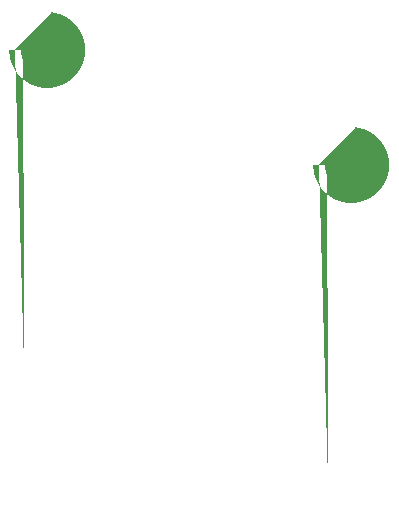
<source format=gbr>
%TF.GenerationSoftware,KiCad,Pcbnew,(6.0.6-0)*%
%TF.CreationDate,2022-07-21T13:37:14+02:00*%
%TF.ProjectId,GlowTubeLEDconnectorB_PCB,476c6f77-5475-4626-954c-4544636f6e6e,rev?*%
%TF.SameCoordinates,Original*%
%TF.FileFunction,Paste,Top*%
%TF.FilePolarity,Positive*%
%FSLAX46Y46*%
G04 Gerber Fmt 4.6, Leading zero omitted, Abs format (unit mm)*
G04 Created by KiCad (PCBNEW (6.0.6-0)) date 2022-07-21 13:37:14*
%MOMM*%
%LPD*%
G01*
G04 APERTURE LIST*
G04 Aperture macros list*
%AMFreePoly0*
4,1,112,3.105582,3.191654,3.458980,3.129341,3.803230,3.028022,4.134041,2.888962,4.447289,2.713894,4.739071,2.504999,5.005748,2.264881,5.243998,1.996534,5.450851,1.703301,5.623729,1.388838,5.760476,1.057065,5.859388,0.712116,5.919233,0.358291,5.939265,0.000000,5.938012,-0.089748,5.907984,-0.447339,5.838283,-0.799355,5.729777,-1.141408,5.583820,-1.469234,5.402230,-1.778747,
5.187270,-2.066090,4.941620,-2.327680,4.668342,-2.560258,4.370841,-2.760925,4.052827,-2.927179,3.718263,-3.056948,3.371318,-3.148614,3.016317,-3.201036,2.657686,-3.213560,2.299893,-3.186029,1.947399,-3.118788,1.604597,-3.012673,1.275760,-2.869007,0.964987,-2.689582,0.676150,-2.476634,0.412851,-2.232816,0.178371,-1.961168,-0.024367,-1.665076,-0.192837,-1.348230,-0.324939,-1.014580,
-0.419026,-0.668283,-0.473925,-0.313657,-0.481420,-0.134825,-0.481581,-0.134460,-0.499164,0.000000,0.505984,0.000000,0.524968,-0.289640,0.581595,-0.574324,0.674897,-0.849181,0.803276,-1.109508,0.964536,-1.350851,1.155919,-1.569081,1.374149,-1.760464,1.615492,-1.921724,1.875819,-2.050103,2.150676,-2.143405,2.435360,-2.200032,2.725000,-2.219016,3.014640,-2.200032,3.299324,-2.143405,
3.574181,-2.050103,3.834508,-1.921724,4.075851,-1.760464,4.294081,-1.569081,4.485464,-1.350851,4.646724,-1.109508,4.775103,-0.849181,4.868405,-0.574324,4.925032,-0.289640,4.944016,0.000000,4.925032,0.289640,4.868405,0.574324,4.775103,0.849181,4.646724,1.109508,4.485464,1.350851,4.294081,1.569081,4.075851,1.760464,3.834508,1.921724,3.574181,2.050103,3.299324,2.143405,
3.014640,2.200032,2.725000,2.219016,2.435360,2.200032,2.150676,2.143405,1.875819,2.050103,1.615492,1.921724,1.374149,1.760464,1.155919,1.569081,0.964536,1.350851,0.803276,1.109508,0.674897,0.849181,0.581595,0.574324,0.524968,0.289640,0.505984,0.000000,-0.499164,0.000000,-0.499963,0.006109,-0.484897,0.102868,-0.463920,0.402854,-0.399140,0.755809,-0.295421,1.099343,
-0.154055,1.429175,0.023196,1.741194,0.234123,2.031510,0.476097,2.296505,0.746101,2.532875,1.040770,2.737676,1.356433,2.908354,1.689153,3.042782,2.034784,3.139284,2.389018,3.196657,2.747440,3.214187,3.105582,3.191654,3.105582,3.191654,$1*%
G04 Aperture macros list end*
%ADD10FreePoly0,0.000000*%
G04 APERTURE END LIST*
D10*
%TO.C,U4*%
X87222200Y-66880000D03*
%TD*%
%TO.C,U3*%
X112932230Y-76627460D03*
%TD*%
M02*

</source>
